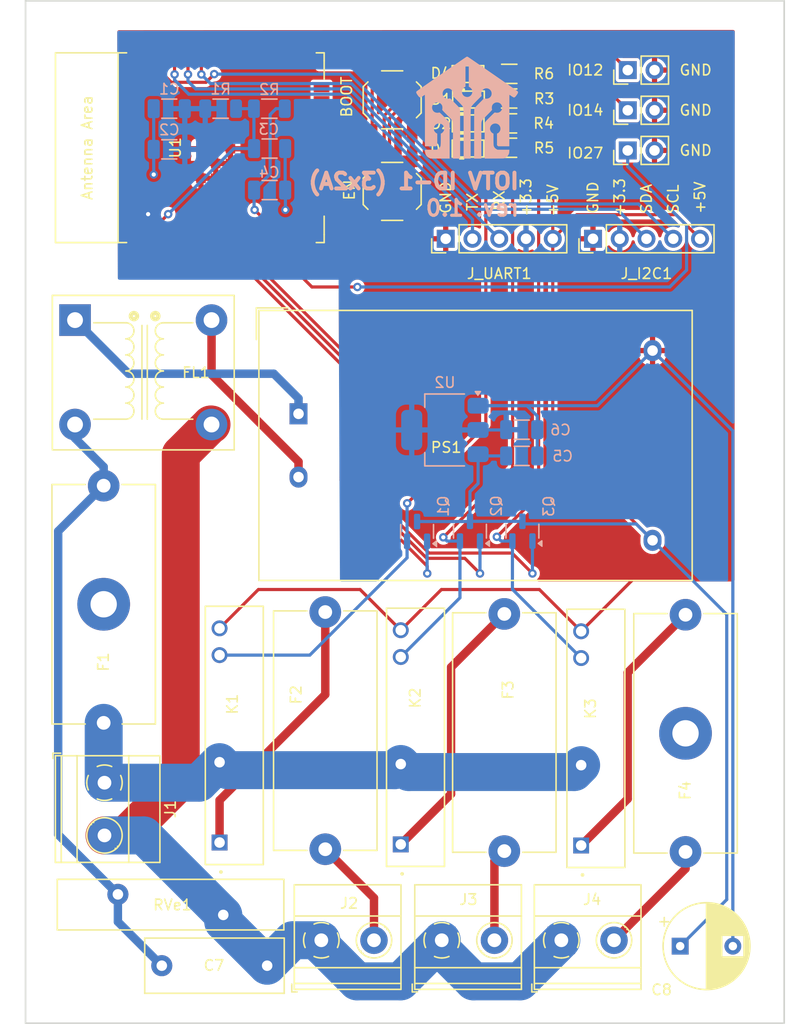
<source format=kicad_pcb>
(kicad_pcb (version 20240108) (generator "pcbnew") (generator_version "8.0")
  (title_block (title "IOTV_ID-1 (3x2A)") (date "2024-07-25") (rev "3") (company "Вербкин М.С."))
  (layers (0 "F.Cu" signal) (31 "B.Cu" signal) (34 "B.Paste" user) (35 "F.Paste" user) (36 "B.SilkS" user "B.Silkscreen") (37 "F.SilkS" user "F.Silkscreen") (38 "B.Mask" user) (39 "F.Mask" user) (44 "Edge.Cuts" user))
  (net 0 "")
  (net 1 "+3.3V")
  (net 2 "GND")
  (net 3 "EN")
  (net 4 "Net-(C4-Pad1)")
  (net 5 "+5V")
  (net 6 "~220V_NC")
  (net 7 "~220V_COM_1")
  (net 8 "~220V_COM_2")
  (net 9 "~220V_COM_3")
  (net 10 "SDA")
  (net 11 "SCL")
  (net 12 "U0RX")
  (net 13 "U0TX")
  (net 14 "Net-(K1-+)")
  (net 15 "Net-(K2-+)")
  (net 16 "Net-(K3-+)")
  (net 17 "GPIO32")
  (net 18 "GPIO0")
  (net 23 "GPIO12")
  (net 29 "GPIO14")
  (net 33 "GPIO27")
  (net 37 "GPIO33")
  (net 38 "FL1-PS1(AC2)")
  (net 39 "FL1-PS1(AC1)")
  (net 40 "J1-FL1(2)")
  (net 41 "J1{slash}F1{slash}Relay")
  (net 42 "Net-(K1-L1)")
  (net 43 "Net-(K2-L1)")
  (net 44 "Net-(K3-L1)")
  (net 45 "Net-(D1-Pad2)")
  (net 46 "Net-(D2-Pad2)")
  (net 47 "Net-(D3-Pad2)")
  (net 48 "Net-(D4-Pad2)")
  (net 49 "GPIO25")
  (footprint "Connector_PinHeader_2.54mm:PinHeader_1x02_P2.54mm_Vertical" (layer "F.Cu") (at 169.305 57.136 90)
    (property "Reference" "J6" (hide yes))
    (property "Value" "PINHD_1x2_Male")
  )
  (footprint "Converter_ACDC:Converter_ACDC_Hi-Link_HLK-5Mxx" (layer "F.Cu") (at 138.058 85.934)
    (property "Reference" "PS1")
    (property "Value" "HLK-5M05")
  )
  (footprint "Connector_PinHeader_2.54mm:PinHeader_1x02_P2.54mm_Vertical" (layer "F.Cu") (at 169.305 53.326 90)
    (property "Reference" "J5" (hide yes))
    (property "Value" "PINHD_1x2_Male")
  )
  (footprint "Button_Switch_SMD:SW_SPST_TL3342" (layer "F.Cu") (at 146.948 56.1454 90)
    (property "Reference" "SW2" (hide yes))
    (property "Value" "Boot")
  )
  (footprint "Fuse:Fuseholder_Cylinder-5x20mm_Schurter_0031_8201_Horizontal_Open" (layer "F.Cu") (at 157.5906 127.4178 90)
    (property "Reference" "F3")
    (property "Value" "2")
  )
  (footprint "MountingHole:MountingHole_2.5mm_Pad" (layer "F.Cu") (at 174.7864 116.244)
    (property "Reference" "REF**" (hide yes))
    (property "Value" "MountingHole_2.5mm_Pad")
  )
  (footprint "PCM_Diode_SMD_Handsoldering_AKL:D_0603_1608Metric" (layer "F.Cu") (at 154.187 56.12)
    (property "Reference" "D1")
    (property "Value" "LED" (hide yes))
  )
  (footprint "Resistor_SMD:R_1206_3216Metric" (layer "F.Cu") (at 158.0479 56.0184)
    (property "Reference" "R3")
    (property "Value" "100")
  )
  (footprint "MountingHole:MountingHole_2.5mm_Pad" (layer "F.Cu") (at 119.5668 104.0012)
    (property "Reference" "REF**" (hide yes))
    (property "Value" "MountingHole_2.5mm_Pad")
  )
  (footprint "Capacitor_THT:CP_Radial_D8.0mm_P5.00mm" (layer "F.Cu") (at 174.2784 136.4348)
    (property "Reference" "C8")
    (property "Value" "C_Generic")
  )
  (footprint "PCM_Diode_SMD_Handsoldering_AKL:D_0603_1608Metric" (layer "F.Cu") (at 154.1575 58.3806)
    (property "Reference" "D2")
    (property "Value" "LED" (hide yes))
  )
  (footprint "PCM_Inductor_THT_AKL:L_CommonMode_Toroid_Vertical_10x13mm" (layer "F.Cu") (at 116.849 77.04325)
    (property "Reference" "FL1")
    (property "Value" "Filter_EMI_LL" (hide yes))
  )
  (footprint "Resistor_SMD:R_1206_3216Metric" (layer "F.Cu") (at 158.0585 53.6816)
    (property "Reference" "R6")
    (property "Value" "330")
  )
  (footprint "PCM_Espressif:ESP32-WROOM-32E" (layer "F.Cu") (at 129.4924 60.687 90)
    (property "Reference" "U1")
    (property "Value" "ESP32-WROOM-E")
  )
  (footprint "TerminalBlock_Phoenix:TerminalBlock_Phoenix_MKDS-1,5-2_1x02_P5.00mm_Horizontal" (layer "F.Cu") (at 151.6508 135.876)
    (property "Reference" "J3")
    (property "Value" "Screw_Terminal_01x02")
  )
  (footprint "TerminalBlock_Phoenix:TerminalBlock_Phoenix_MKDS-1,5-2_1x02_P5.00mm_Horizontal" (layer "F.Cu") (at 140.2208 135.876)
    (property "Reference" "J2")
    (property "Value" "Screw_Terminal_01x02")
  )
  (footprint "Fuse:Fuseholder_Cylinder-5x20mm_Schurter_0031_8201_Horizontal_Open" (layer "F.Cu") (at 119.5668 115.2512 90)
    (property "Reference" "F1")
    (property "Value" "1A")
  )
  (footprint "Button_Switch_SMD:SW_SPST_TL3342" (layer "F.Cu") (at 146.948 64.8322 90)
    (property "Reference" "SW1" (hide yes))
    (property "Value" "RST")
  )
  (footprint "Fuse:Fuseholder_Cylinder-5x20mm_Schurter_0031_8201_Horizontal_Open" (layer "F.Cu") (at 140.598 127.24 90)
    (property "Reference" "F2")
    (property "Value" "2")
  )
  (footprint "g3mb-202:RELAY_G3MB202PDC12" (layer "F.Cu") (at 149.1608 116.6228 90)
    (property "Reference" "K2")
    (property "Value" "G3MB202PDC12")
  )
  (footprint "TerminalBlock_Phoenix:TerminalBlock_Phoenix_MKDS-1,5-2_1x02_P5.00mm_Horizontal" (layer "F.Cu") (at 163.0008 135.876)
    (property "Reference" "J4")
    (property "Value" "Screw_Terminal_01x02")
  )
  (footprint "Varistor:RV_Disc_D21.5mm_W4.8mm_P10mm" (layer "F.Cu") (at 120.9168 131.5228)
    (property "Reference" "RVe1")
    (property "Value" "Varistor")
  )
  (footprint "g3mb-202:RELAY_G3MB202PDC12" (layer "F.Cu") (at 131.965 116.445 90)
    (property "Reference" "K1")
    (property "Value" "G3MB202PDC12")
  )
  (footprint "Fuse:Fuseholder_Cylinder-5x20mm_Schurter_0031_8201_Horizontal_Open" (layer "F.Cu") (at 174.7864 127.494 90)
    (property "Reference" "F4")
    (property "Value" "2")
  )
  (footprint "Capacitor_THT:C_Rect_L13.0mm_W5.0mm_P10.00mm_FKS3_FKP3_MKS4" (layer "F.Cu") (at 125.0824 138.289)
    (property "Reference" "C7")
    (property "Value" "C_Generic")
  )
  (footprint "TerminalBlock_Phoenix:TerminalBlock_Phoenix_MKDS-1,5-2_1x02_P5.00mm_Horizontal" (layer "F.Cu") (at 119.6428 120.93 -90)
    (property "Reference" "J1")
    (property "Value" "Screw_Terminal_01x02")
  )
  (footprint "Connector_PinHeader_2.54mm:PinHeader_1x05_P2.54mm_Vertical" (layer "F.Cu") (at 166.003 69.328 90)
    (property "Reference" "J_I2C1")
    (property "Value" "Conn_01x05")
  )
  (footprint "PCM_Diode_SMD_Handsoldering_AKL:D_0603_1608Metric" (layer "F.Cu") (at 154.1386 53.7016)
    (property "Reference" "D4")
    (property "Value" "LED" (hide yes))
  )
  (footprint "PCM_Diode_SMD_Handsoldering_AKL:D_0603_1608Metric" (layer "F.Cu") (at 154.1469 60.7682)
    (property "Reference" "D3")
    (property "Value" "LED" (hide yes))
  )
  (footprint "Connector_PinHeader_2.54mm:PinHeader_1x05_P2.54mm_Vertical" (layer "F.Cu") (at 152.028 69.328 90)
    (property "Reference" "J_UART1")
    (property "Value" "Conn_01x05")
  )
  (footprint "Resistor_SMD:R_1206_3216Metric" (layer "F.Cu") (at 158.0331 60.692)
    (property "Reference" "R5")
    (property "Value" "100")
  )
  (footprint "Connector_PinHeader_2.54mm:PinHeader_1x02_P2.54mm_Vertical" (layer "F.Cu") (at 169.3 60.946 90)
    (property "Reference" "J7" (hide yes))
    (property "Value" "PINHD_1x2_Male")
  )
  (footprint "Resistor_SMD:R_1206_3216Metric" (layer "F.Cu") (at 158.0331 58.3806)
    (property "Reference" "R4")
    (property "Value" "100")
  )
  (footprint "g3mb-202:RELAY_G3MB202PDC12" (layer "F.Cu") (at 166.2804 116.7244 90)
    (property "Reference" "K3")
    (property "Value" "G3MB202PDC12")
  )
  (footprint "Package_TO_SOT_SMD:SOT-23" (layer "B.Cu") (at 159.3076 97.0671 90)
    (property "Reference" "Q3")
    (property "Value" "S8050")
  )
  (footprint "Package_TO_SOT_SMD:SOT-223-3_TabPin2" (layer "B.Cu") (at 151.9518 87.4636 180)
    (property "Reference" "U2")
    (property "Value" "AMS1117-3.3")
  )
  (footprint "Capacitor_SMD:C_1206_3216Metric" (layer "B.Cu") (at 125.7898 56.9836 180)
    (property "Reference" "C1")
    (property "Value" "C_Generic")
  )
  (footprint "Symbol:logo_10x10" (layer "B.Cu") (at 154.06 56.882 180)
    (property "Reference" "G***" (hide yes))
    (property "Value" "LOGO" (hide yes))
  )
  (footprint "Capacitor_SMD:C_1206_3216Metric" (layer "B.Cu") (at 125.7916 60.8444 180)
    (property "Reference" "C2")
    (property "Value" "C_Generic")
  )
  (footprint "Package_TO_SOT_SMD:SOT-23" (layer "B.Cu") (at 154.3292 97.0694 90)
    (property "Reference" "Q2")
    (property "Value" "S8050")
  )
  (footprint "Package_TO_SOT_SMD:SOT-23" (layer "B.Cu") (at 149.3102 97.0902 90)
    (property "Reference" "Q1")
    (property "Value" "S8050")
  )
  (footprint "Resistor_SMD:R_1206_3216Metric" (layer "B.Cu") (at 130.6666 56.9836)
    (property "Reference" "R1")
    (property "Value" "10K")
  )
  (footprint "Resistor_SMD:R_1206_3216Metric" (layer "B.Cu") (at 135.2894 56.9836 180)
    (property "Reference" "R2")
    (property "Value" "5K")
  )
  (footprint "Capacitor_SMD:C_1206_3216Metric" (layer "B.Cu") (at 159.2398 89.9274)
    (property "Reference" "C5")
    (property "Value" "10uF_0805_25V")
  )
  (footprint "Capacitor_SMD:C_1206_3216Metric" (layer "B.Cu") (at 159.2416 87.4382)
    (property "Reference" "C6")
    (property "Value" "10uF_0805_25V")
  )
  (footprint "Capacitor_SMD:C_1206_3216Metric" (layer "B.Cu") (at 135.313 60.7682)
    (property "Reference" "C3")
    (property "Value" "C_Generic")
  )
  (footprint "Capacitor_SMD:C_1206_3216Metric" (layer "B.Cu") (at 135.3148 64.7052)
    (property "Reference" "C4")
    (property "Value" "C_Generic")
  )
  (gr_rect (start 112.15 46.75) (end 184.15 143.75) (stroke (width 0.15)) (fill none) (layer "Edge.Cuts"))
  (gr_text "rev. 1.0" (at 159.14 67.296 0) (layer "B.SilkS") (effects (font (size 1.5 1.5) (thickness 0.3) (bold yes)) (justify left bottom mirror)))
  (gr_text "IOTV ID-1 (3x2A)" (at 148.98 64.756 0) (layer "B.SilkS") (effects (font (size 1.5 1.5) (thickness 0.375) (bold yes)) (justify bottom mirror)))
  (gr_text "GND" (at 174.126 57.136 0) (layer "F.SilkS") (effects (font (size 1 1)) (justify left)))
  (gr_text "GND" (at 152.028 67.042 90) (layer "F.SilkS") (effects (font (size 1 1)) (justify left)))
  (gr_text "+3.3" (at 159.648 67.296 90) (layer "F.SilkS") (effects (font (size 1 1)) (justify left)))
  (gr_text "IO14" (at 163.458 57.136 0) (layer "F.SilkS") (effects (font (size 1 1)) (justify left)))
  (gr_text "IO12" (at 163.458 53.326 0) (layer "F.SilkS") (effects (font (size 1 1)) (justify left)))
  (gr_text "BOOT" (at 142.63 57.898 90) (layer "F.SilkS") (effects (font (size 1 1)) (justify left)))
  (gr_text "TX" (at 154.568 66.788 90) (layer "F.SilkS") (effects (font (size 1 1)) (justify left)))
  (gr_text "SDA" (at 171.078 67.042 90) (layer "F.SilkS") (effects (font (size 1 1)) (justify left)))
  (gr_text "SCL" (at 173.618 67.042 90) (layer "F.SilkS") (effects (font (size 1 1)) (justify left)))
  (gr_text "GND" (at 174.126 60.946 0) (layer "F.SilkS") (effects (font (size 1 1)) (justify left)))
  (gr_text "RX" (at 157.108 66.788 90) (layer "F.SilkS") (effects (font (size 1 1)) (justify left)))
  (gr_text "+3.3" (at 168.538 67.296 90) (layer "F.SilkS") (effects (font (size 1 1)) (justify left)))
  (gr_text "EN" (at 142.884 65.772 90) (layer "F.SilkS") (effects (font (size 1 1)) (justify left)))
  (gr_text "GND" (at 174.126 53.326 0) (layer "F.SilkS") (effects (font (size 1 1)) (justify left)))
  (gr_text "+5V" (at 176.158 67.042 90) (layer "F.SilkS") (effects (font (size 1 1)) (justify left)))
  (gr_text "IO27" (at 163.458 61.2 0) (layer "F.SilkS") (effects (font (size 1 1)) (justify left)))
  (gr_text "+5V" (at 162.188 67.296 90) (layer "F.SilkS") (effects (font (size 1 1)) (justify left)))
  (gr_text "GND" (at 165.998 67.042 90) (layer "F.SilkS") (effects (font (size 1 1)) (justify left)))
  (segment (start 123.7524 69.437) (end 123.7524 67.022) (width 0.3) (layer "F.Cu") (net 1))
  (segment (start 123.7524 67.022) (end 123.7832 66.9912) (width 0.3) (layer "F.Cu") (net 1))
  (via (at 123.7832 66.9912) (size 0.8) (drill 0.4) (layers "F.Cu" "B.Cu") (net 1))
  (segment (start 155.1018 87.4636) (end 157.7412 87.4636) (width 0.3) (layer "B.Cu") (net 1))
  (segment (start 157.7412 87.4636) (end 157.7666 87.4382) (width 0.3) (layer "B.Cu") (net 1))
  (segment (start 127.2666 63.5078) (end 127.2666 60.8444) (width 0.3) (layer "B.Cu") (net 1))
  (segment (start 123.7832 66.9912) (end 127.2666 63.5078) (width 0.3) (layer "B.Cu") (net 1))
  (segment (start 127.2666 60.8444) (end 127.2666 56.9854) (width 0.3) (layer "B.Cu") (net 1))
  (segment (start 127.2666 56.9854) (end 127.2648 56.9836) (width 0.3) (layer "B.Cu") (net 1))
  (segment (start 129.2041 56.9836) (end 127.2648 56.9836) (width 0.3) (layer "B.Cu") (net 1))
  (segment (start 148.8018 87.4636) (end 155.1018 87.4636) (width 0.3) (layer "B.Cu") (net 1))
  (segment (start 130.565 106.285) (end 134.248 102.602) (width 0.3) (layer "F.Cu") (net 2))
  (segment (start 143.9 102.602) (end 147.7608 106.4628) (width 0.3) (layer "F.Cu") (net 2))
  (segment (start 147.7608 106.4628) (end 151.6216 102.602) (width 0.3) (layer "F.Cu") (net 2))
  (segment (start 134.248 102.602) (end 143.9 102.602) (width 0.3) (layer "F.Cu") (net 2))
  (segment (start 175.170107 96.274693) (end 175.170107 83.446107) (width 0.3) (layer "F.Cu") (net 2))
  (segment (start 175.170107 83.446107) (end 171.658 79.934) (width 0.3) (layer "F.Cu") (net 2))
  (segment (start 151.6216 102.602) (end 160.918 102.602) (width 0.3) (layer "F.Cu") (net 2))
  (segment (start 164.8804 106.5644) (end 175.170107 96.274693) (width 0.3) (layer "F.Cu") (net 2))
  (segment (start 160.918 102.602) (end 164.8804 106.5644) (width 0.3) (layer "F.Cu") (net 2))
  (via (at 136.8134 66.5848) (size 0.8) (drill 0.4) (layers "F.Cu" "B.Cu") (net 2))
  (via (at 124.3166 63.232) (size 0.8) (drill 0.4) (layers "F.Cu" "B.Cu") (net 2))
  (segment (start 124.3166 60.8444) (end 124.3166 63.232) (width 0.3) (layer "B.Cu") (net 2))
  (segment (start 136.8134 66.5848) (end 136.8134 64.7288) (width 0.3) (layer "B.Cu") (net 2))
  (segment (start 124.3148 56.9836) (end 124.3148 60.8426) (width 0.3) (layer "B.Cu") (net 2))
  (segment (start 159.7356 85.1636) (end 160.7166 86.1446) (width 0.3) (layer "B.Cu") (net 2))
  (segment (start 155.1018 85.1636) (end 166.4284 85.1636) (width 0.3) (layer "B.Cu") (net 2))
  (segment (start 155.1018 85.1636) (end 159.7356 85.1636) (width 0.3) (layer "B.Cu") (net 2))
  (segment (start 136.788 60.7682) (end 136.788 64.7034) (width 0.3) (layer "B.Cu") (net 2))
  (segment (start 160.7148 87.44) (end 160.7166 87.4382) (width 0.3) (layer "B.Cu") (net 2))
  (segment (start 166.4284 85.1636) (end 171.658 79.934) (width 0.3) (layer "B.Cu") (net 2))
  (segment (start 124.3148 60.8426) (end 124.3166 60.8444) (width 0.3) (layer "B.Cu") (net 2))
  (segment (start 179.2784 87.5544) (end 171.658 79.934) (width 0.3) (layer "B.Cu") (net 2))
  (segment (start 179.2784 136.4348) (end 179.2784 87.5544) (width 0.3) (layer "B.Cu") (net 2))
  (segment (start 160.7148 89.9274) (end 160.7148 87.44) (width 0.3) (layer "B.Cu") (net 2))
  (segment (start 136.788 64.7034) (end 136.7898 64.7052) (width 0.3) (layer "B.Cu") (net 2))
  (segment (start 136.8134 64.7288) (end 136.7898 64.7052) (width 0.3) (layer "B.Cu") (net 2))
  (segment (start 160.7166 86.1446) (end 160.7166 87.4382) (width 0.3) (layer "B.Cu") (net 2))
  (segment (start 125.0224 67.657) (end 125.6882 66.9912) (width 0.3) (layer "F.Cu") (net 3))
  (segment (start 125.0224 69.437) (end 125.0224 67.657) (width 0.3) (layer "F.Cu") (net 3))
  (via (at 125.6882 66.9912) (size 0.8) (drill 0.4) (layers "F.Cu" "B.Cu") (net 3))
  (segment (start 133.8269 56.9836) (end 133.8269 60.7571) (width 0.3) (layer "B.Cu") (net 3))
  (segment (start 131.9112 60.7682) (end 133.838 60.7682) (width 0.3) (layer "B.Cu") (net 3))
  (segment (start 133.8269 60.7571) (end 133.838 60.7682) (width 0.3) (layer "B.Cu") (net 3))
  (segment (start 125.6882 66.9912) (end 131.9112 60.7682) (width 0.3) (layer "B.Cu") (net 3))
  (segment (start 132.1291 56.9836) (end 133.8269 56.9836) (width 0.3) (layer "B.Cu") (net 3))
  (segment (start 145.048 67.9822) (end 135.2898 67.9822) (width 0.3) (layer "F.Cu") (net 4))
  (segment (start 135.2898 67.9822) (end 133.8924 66.5848) (width 0.3) (layer "F.Cu") (net 4))
  (segment (start 145.048 61.6822) (end 145.048 67.9822) (width 0.3) (layer "F.Cu") (net 4))
  (via (at 133.8924 66.5848) (size 0.8) (drill 0.4) (layers "F.Cu" "B.Cu") (net 4))
  (segment (start 133.8398 66.5322) (end 133.8924 66.5848) (width 0.3) (layer "B.Cu") (net 4))
  (segment (start 133.8398 64.7052) (end 135.3656 63.1794) (width 0.3) (layer "B.Cu") (net 4))
  (segment (start 135.9244 56.9836) (end 136.7519 56.9836) (width 0.3) (layer "B.Cu") (net 4))
  (segment (start 135.3656 63.1794) (end 135.3656 57.5424) (width 0.3) (layer "B.Cu") (net 4))
  (segment (start 133.8398 64.7052) (end 133.8398 66.5322) (width 0.3) (layer "B.Cu") (net 4))
  (segment (start 135.3656 57.5424) (end 135.9244 56.9836) (width 0.3) (layer "B.Cu") (net 4))
  (segment (start 162.188 88.464) (end 171.658 97.934) (width 0.3) (layer "F.Cu") (net 5))
  (segment (start 160.5116 53.6816) (end 162.188 55.358) (width 0.3) (layer "F.Cu") (net 5))
  (segment (start 162.188 69.328) (end 162.188 88.464) (width 0.3) (layer "F.Cu") (net 5))
  (segment (start 162.188 55.358) (end 162.188 69.328) (width 0.3) (layer "F.Cu") (net 5))
  (segment (start 159.521 53.6816) (end 160.5116 53.6816) (width 0.3) (layer "F.Cu") (net 5))
  (segment (start 176.163 69.328) (end 173.877 67.042) (width 0.3) (layer "F.Cu") (net 5))
  (segment (start 164.474 67.042) (end 162.188 69.328) (width 0.3) (layer "F.Cu") (net 5))
  (segment (start 173.877 67.042) (end 164.474 67.042) (width 0.3) (layer "F.Cu") (net 5))
  (segment (start 157.7648 89.9274) (end 155.2656 89.9274) (width 0.3) (layer "B.Cu") (net 5))
  (segment (start 171.658 97.934) (end 170.1031 96.3791) (width 0.3) (layer "B.Cu") (net 5))
  (segment (start 155.2656 89.9274) (end 155.1018 89.7636) (width 0.3) (layer "B.Cu") (net 5))
  (segment (start 159.0915 96.1319) (end 154.3292 96.1319) (width 0.3) (layer "B.Cu") (net 5))
  (segment (start 170.1031 96.3791) (end 159.5571 96.3791) (width 0.3) (layer "B.Cu") (net 5))
  (segment (start 154.2355 96.1527) (end 149.3102 96.1527) (width 0.3) (layer "B.Cu") (net 5))
  (segment (start 178.698 104.974) (end 171.658 97.934) (width 0.3) (layer "B.Cu") (net 5))
  (segment (start 159.0938 96.1296) (end 159.0915 96.1319) (width 0.3) (layer "B.Cu") (net 5))
  (segment (start 159.5571 96.3791) (end 159.3076 96.1296) (width 0.3) (layer "B.Cu") (net 5))
  (segment (start 159.3076 96.1296) (end 159.0938 96.1296) (width 0.3) (layer "B.Cu") (net 5))
  (segment (start 154.2563 96.1319) (end 154.2355 96.1527) (width 0.3) (layer "B.Cu") (net 5))
  (segment (start 178.698 132.0152) (end 178.698 104.974) (width 0.3) (layer "B.Cu") (net 5))
  (segment (start 174.2784 136.4348) (end 178.698 132.0152) (width 0.3) (layer "B.Cu") (net 5))
  (segment (start 154.3292 93.3158) (end 155.1018 92.5432) (width 0.3) (layer "B.Cu") (net 5))
  (segment (start 154.3292 96.1319) (end 154.3292 93.3158) (width 0.3) (layer "B.Cu") (net 5))
  (segment (start 154.3292 96.1319) (end 154.2563 96.1319) (width 0.3) (layer "B.Cu") (net 5))
  (segment (start 155.1018 92.5432) (end 155.1018 89.7636) (width 0.3) (layer "B.Cu") (net 5))
  (segment (start 129.7268 86.94925) (end 129.803 86.94925) (width 3.6) (layer "F.Cu") (net 6))
  (segment (start 121.655273 125.93) (end 126.882 120.703273) (width 3.6) (layer "F.Cu") (net 6))
  (segment (start 119.6428 125.93) (end 121.655273 125.93) (width 3.6) (layer "F.Cu") (net 6))
  (segment (start 126.882 89.79405) (end 129.7268 86.94925) (width 3.6) (layer "F.Cu") (net 6))
  (segment (start 126.882 120.703273) (end 126.882 89.79405) (width 3.6) (layer "F.Cu") (net 6))
  (segment (start 140.2208 135.876) (end 137.4954 135.876) (width 3.6) (layer "B.Cu") (net 6))
  (segment (start 154.658 139.776) (end 151.6508 136.7688) (width 3.6) (layer "B.Cu") (net 6))
  (segment (start 130.9168 133.4728) (end 123.374 125.93) (width 3.6) (layer "B.Cu") (net 6))
  (segment (start 151.6508 136.7688) (end 151.6508 135.876) (width 3.6) (layer "B.Cu") (net 6))
  (segment (start 137.4954 135.876) (end 135.0824 138.289) (width 3.6) (layer "B.Cu") (net 6))
  (segment (start 130.9168 133.4728) (end 130.9168 134.1234) (width 3.6) (layer "B.Cu") (net 6))
  (segment (start 140.2208 136.391433) (end 143.605367 139.776) (width 3.6) (layer "B.Cu") (net 6))
  (segment (start 130.9168 134.1234) (end 135.0824 138.289) (width 3.6) (layer "B.Cu") (net 6))
  (segment (start 163.0008 135.876) (end 159.1008 139.776) (width 3.6) (layer "B.Cu") (net 6))
  (segment (start 147.7508 139.776) (end 151.6508 135.876) (width 3.6) (layer "B.Cu") (net 6))
  (segment (start 159.1008 139.776) (end 154.658 139.776) (width 3.6) (layer "B.Cu") (net 6))
  (segment (start 143.605367 139.776) (end 147.7508 139.776) (width 3.6) (layer "B.Cu") (net 6))
  (segment (start 123.374 125.93) (end 119.8668 125.93) (width 3.6) (layer "B.Cu") (net 6))
  (segment (start 140.2208 135.876) (end 140.2208 136.391433) (width 3.6) (layer "B.Cu") (net 6))
  (segment (start 145.2208 135.876) (end 145.2208 131.8628) (width 0.8) (layer "F.Cu") (net 7))
  (segment (start 145.2208 131.8628) (end 140.598 127.24) (width 0.8) (layer "F.Cu") (net 7))
  (segment (start 156.6508 135.876) (end 156.6508 128.3576) (width 0.8) (layer "F.Cu") (net 8))
  (segment (start 156.6508 128.3576) (end 157.5906 127.4178) (width 0.8) (layer "F.Cu") (net 8))
  (segment (start 168.0008 135.876) (end 174.7864 129.0904) (width 0.8) (layer "F.Cu") (net 9))
  (segment (start 174.7864 129.0904) (end 174.7864 127.494) (width 0.8) (layer "F.Cu") (net 9))
  (segment (start 128.8378 51.9424) (end 128.8324 51.937) (width 0.3) (layer "F.Cu") (net 10))
  (segment (start 128.8378 53.7324) (end 128.8378 51.9424) (width 0.3) (layer "F.Cu") (net 10))
  (via (at 128.8378 53.7324) (size 0.8) (drill 0.4) (layers "F.Cu" "B.Cu") (net 10))
  (segment (start 155.013107 66.526) (end 168.281 66.526) (width 0.3) (layer "B.Cu") (net 10))
  (segment (start 128.8378 53.7324) (end 129.7094 54.604) (width 0.3) (layer "B.Cu") (net 10))
  (segment (start 168.281 66.526) (end 171.083 69.328) (width 0.3) (layer "B.Cu") (net 10))
  (segment (start 143.091107 54.604) (end 155.013107 66.526) (width 0.3) (layer "B.Cu") (net 10))
  (segment (start 129.7094 54.604) (end 143.091107 54.604) (width 0.3) (layer "B.Cu") (net 10))
  (segment (start 125.0224 51.937) (end 125.0224 53.517661) (width 0.3) (layer "F.Cu") (net 11))
  (segment (start 125.987139 54.4824) (end 129.2816 54.4824) (width 0.3) (layer "F.Cu") (net 11))
  (segment (start 125.0224 53.517661) (end 125.987139 54.4824) (width 0.3) (layer "F.Cu") (net 11))
  (segment (start 129.2816 54.4824) (end 130.057 53.707) (width 0.3) (layer "F.Cu") (net 11))
  (via (at 130.057 53.707) (size 0.8) (drill 0.4) (layers "F.Cu" "B.Cu") (net 11))
  (segment (start 170.321 66.026) (end 155.220213 66.026) (width 0.3) (layer "B.Cu") (net 11))
  (segment (start 142.901213 53.707) (end 130.057 53.707) (width 0.3) (layer "B.Cu") (net 11))
  (segment (start 155.220213 66.026) (end 142.901213 53.707) (width 0.3) (layer "B.Cu") (net 11))
  (segment (start 173.623 69.328) (end 170.321 66.026) (width 0.3) (layer "B.Cu") (net 11))
  (segment (start 127.5678 53.7324) (end 127.5678 51.9424) (width 0.3) (layer "F.Cu") (net 12))
  (segment (start 127.5678 51.9424) (end 127.5624 51.937) (width 0.3) (layer "F.Cu") (net 12))
  (via (at 127.5678 53.7324) (size 0.8) (drill 0.4) (layers "F.Cu" "B.Cu") (net 12))
  (segment (start 127.5678 54.3801) (end 127.5678 53.7324) (width 0.3) (layer "B.Cu") (net 12))
  (segment (start 128.2997 55.112) (end 127.5678 54.3801) (width 0.3) (layer "B.Cu") (net 12))
  (segment (start 141.043107 55.112) (end 128.2997 55.112) (width 0.3) (layer "B.Cu") (net 12))
  (segment (start 141.051107 55.104) (end 141.043107 55.112) (width 0.3) (layer "B.Cu") (net 12))
  (segment (start 157.108 69.328) (end 142.884 55.104) (width 0.3) (layer "B.Cu") (net 12))
  (segment (start 142.884 55.104) (end 141.051107 55.104) (width 0.3) (layer "B.Cu") (net 12))
  (segment (start 126.2924 53.727) (end 126.2978 53.7324) (width 0.3) (layer "F.Cu") (net 13))
  (segment (start 126.2924 51.937) (end 126.2924 53.727) (width 0.3) (layer "F.Cu") (net 13))
  (via (at 126.2978 53.7324) (size 0.8) (drill 0.4) (layers "F.Cu" "B.Cu") (net 13))
  (segment (start 154.568 67.495106) (end 142.684894 55.612) (width 0.3) (layer "B.Cu") (net 13))
  (segment (start 142.684894 55.612) (end 127.644 55.612) (width 0.3) (layer "B.Cu") (net 13))
  (segment (start 154.568 69.328) (end 154.568 67.495106) (width 0.3) (layer "B.Cu") (net 13))
  (segment (start 126.2978 54.2658) (end 126.2978 53.7324) (width 0.3) (layer "B.Cu") (net 13))
  (segment (start 127.644 55.612) (end 126.2978 54.2658) (width 0.3) (layer "B.Cu") (net 13))
  (segment (start 158.2256 56.0184) (end 159.5104 56.0184) (width 0.3) (layer "F.Cu") (net 14))
  (segment (start 155.838 86.9556) (end 155.838 63.232) (width 0.3) (layer "F.Cu") (net 14))
  (segment (start 148.3704 94.4232) (end 155.838 86.9556) (width 0.3) (layer "F.Cu") (net 14))
  (segment (start 157.878 61.192) (end 157.878 56.366) (width 0.3) (layer "F.Cu") (net 14))
  (segment (start 157.878 56.366) (end 158.2256 56.0184) (width 0.3) (layer "F.Cu") (net 14))
  (segment (start 155.838 63.232) (end 157.878 61.192) (width 0.3) (layer "F.Cu") (net 14))
  (via (at 148.3704 94.4232) (size 0.8) (drill 0.4) (layers "F.Cu" "B.Cu") (net 14))
  (segment (start 148.3602 94.4334) (end 148.3704 94.4232) (width 0.3) (layer "B.Cu") (net 14))
  (segment (start 148.3602 98.0277) (end 148.3602 99.594096) (width 0.3) (layer "B.Cu") (net 14))
  (segment (start 148.3602 98.0277) (end 148.3602 94.4334) (width 0.3) (layer "B.Cu") (net 14))
  (segment (start 148.3602 99.594096) (end 139.129296 108.825) (width 0.3) (layer "B.Cu") (net 14))
  (segment (start 139.129296 108.825) (end 130.565 108.825) (width 0.3) (layer "B.Cu") (net 14))
  (segment (start 158.6574 58.3806) (end 159.4956 58.3806) (width 0.3) (layer "F.Cu") (net 15))
  (segment (start 158.378 58.66) (end 158.6574 58.3806) (width 0.3) (layer "F.Cu") (net 15))
  (segment (start 151.7994 97.649) (end 158.378 91.0704) (width 0.3) (layer "F.Cu") (net 15))
  (segment (start 158.378 91.0704) (end 158.378 58.66) (width 0.3) (layer "F.Cu") (net 15))
  (via (at 151.7994 97.649) (size 0.8) (drill 0.4) (layers "F.Cu" "B.Cu") (net 15))
  (segment (start 153.3792 103.3844) (end 153.3792 98.0069) (width 0.3) (layer "B.Cu") (net 15))
  (segment (start 152.1573 98.0069) (end 151.7994 97.649) (width 0.3) (layer "B.Cu") (net 15))
  (segment (start 147.7608 109.0028) (end 153.3792 103.3844) (width 0.3) (layer "B.Cu") (net 15))
  (segment (start 153.3792 98.0069) (end 152.1573 98.0069) (width 0.3) (layer "B.Cu") (net 15))
  (segment (start 159.4956 60.692) (end 160.41 60.692) (width 0.3) (layer "F.Cu") (net 16))
  (segment (start 160.41 60.692) (end 160.848 61.13) (width 0.3) (layer "F.Cu") (net 16))
  (segment (start 160.848 61.13) (end 160.848 93.6296) (width 0.3) (layer "F.Cu") (net 16))
  (segment (start 160.848 93.6296) (end 156.8794 97.5982) (width 0.3) (layer "F.Cu") (net 16))
  (via (at 156.8794 97.5982) (size 0.8) (drill 0.4) (layers "F.Cu" "B.Cu") (net 16))
  (segment (start 158.3576 102.5816) (end 158.3576 98.0046) (width 0.3) (layer "B.Cu") (net 16))
  (segment (start 164.8804 109.1044) (end 158.3576 102.5816) (width 0.3) (layer "B.Cu") (net 16))
  (segment (start 158.3576 98.0046) (end 157.2858 98.0046) (width 0.3) (layer "B.Cu") (net 16))
  (segment (start 157.2858 98.0046) (end 156.8794 97.5982) (width 0.3) (layer "B.Cu") (net 16))
  (segment (start 142.0966 92.2134) (end 142.0966 81.2406) (width 0.3) (layer "F.Cu") (net 17))
  (segment (start 150.2754 100.3922) (end 142.0966 92.2134) (width 0.3) (layer "F.Cu") (net 17))
  (segment (start 132.216 71.36) (end 131.962 71.36) (width 0.3) (layer "F.Cu") (net 17))
  (segment (start 131.3724 70.7704) (end 131.3724 69.437) (width 0.3) (layer "F.Cu") (net 17))
  (segment (start 131.962 71.36) (end 131.3724 70.7704) (width 0.3) (layer "F.Cu") (net 17))
  (segment (start 150.2754 101.078) (end 150.2754 100.3922) (width 0.3) (layer "F.Cu") (net 17))
  (segment (start 142.0966 81.2406) (end 132.216 71.36) (width 0.3) (layer "F.Cu") (net 17))
  (via (at 150.2754 101.078) (size 0.8) (drill 0.4) (layers "F.Cu" "B.Cu") (net 17))
  (segment (start 150.2602 101.0628) (end 150.2602 98.0277) (width 0.3) (layer "B.Cu") (net 17))
  (segment (start 150.2754 101.078) (end 150.2602 101.0628) (width 0.3) (layer "B.Cu") (net 17))
  (segment (start 145.048 52.9954) (end 140.0508 52.9954) (width 0.3) (layer "F.Cu") (net 18))
  (segment (start 140.0508 52.9954) (end 138.9924 51.937) (width 0.3) (layer "F.Cu") (net 18))
  (segment (start 145.048 52.9954) (end 145.048 59.2954) (width 0.3) (layer "F.Cu") (net 18))
  (segment (start 138.9924 69.437) (end 145.6432 69.437) (width 0.3) (layer "F.Cu") (net 23))
  (segment (start 146.186 68.8942) (end 146.186 57.644) (width 0.3) (layer "F.Cu") (net 23))
  (segment (start 146.186 57.644) (end 153.044 50.786) (width 0.3) (layer "F.Cu") (net 23))
  (segment (start 145.6432 69.437) (end 146.186 68.8942) (width 0.3) (layer "F.Cu") (net 23))
  (segment (start 166.765 50.786) (end 169.305 53.326) (width 0.3) (layer "F.Cu") (net 23))
  (segment (start 153.044 50.786) (end 166.765 50.786) (width 0.3) (layer "F.Cu") (net 23))
  (segment (start 146.694 69.093307) (end 146.694 57.898) (width 0.3) (layer "F.Cu") (net 29))
  (segment (start 137.7224 70.7704) (end 138.312 71.36) (width 0.3) (layer "F.Cu") (net 29))
  (segment (start 163.463 51.294) (end 169.305 57.136) (width 0.3) (layer "F.Cu") (net 29))
  (segment (start 137.7224 69.437) (end 137.7224 70.7704) (width 0.3) (layer "F.Cu") (net 29))
  (segment (start 146.694 57.898) (end 153.298 51.294) (width 0.3) (layer "F.Cu") (net 29))
  (segment (start 153.298 51.294) (end 163.463 51.294) (width 0.3) (layer "F.Cu") (net 29))
  (segment (start 144.427307 71.36) (end 146.694 69.093307) (width 0.3) (layer "F.Cu") (net 29))
  (segment (start 138.312 71.36) (end 144.427307 71.36) (width 0.3) (layer "F.Cu") (net 29))
  (segment (start 136.4524 69.437) (end 136.4524 71.0244) (width 0.3) (layer "F.Cu") (net 33))
  (segment (start 136.4524 71.0244) (end 139.328 73.9) (width 0.3) (layer "F.Cu") (net 33))
  (segment (start 139.328 73.9) (end 143.646 73.9) (width 0.3) (layer "F.Cu") (net 33))
  (via (at 143.646 73.9) (size 0.8) (drill 0.4) (layers "F.Cu" "B.Cu") (net 33))
  (segment (start 143.646 73.9) (end 173.288057 73.9) (width 0.3) (layer "B.Cu") (net 33))
  (segment (start 174.888 72.300057) (end 174.888 68.058) (width 0.3) (layer "B.Cu") (net 33))
  (segment (start 174.888 68.058) (end 169.3 62.47) (width 0.3) (layer "B.Cu") (net 33))
  (segment (start 169.3 62.47) (end 169.3 60.946) (width 0.3) (layer "B.Cu") (net 33))
  (segment (start 173.288057 73.9) (end 174.888 72.300057) (width 0.3) (layer "B.Cu") (net 33))
  (segment (start 132.6424 69.437) (end 132.6424 71.049894) (width 0.3) (layer "F.Cu") (net 37))
  (segment (start 142.63 92.039694) (end 150.232506 99.6422) (width 0.3) (layer "F.Cu") (net 37))
  (segment (start 150.232506 99.6422) (end 153.8434 99.6422) (width 0.3) (layer "F.Cu") (net 37))
  (segment (start 142.63 81.037494) (end 142.63 92.039694) (width 0.3) (layer "F.Cu") (net 37))
  (segment (start 153.8434 99.6422) (end 155.2792 101.078) (width 0.3) (layer "F.Cu") (net 37))
  (segment (start 132.6424 71.049894) (end 142.63 81.037494) (width 0.3) (layer "F.Cu") (net 37))
  (via (at 155.2792 101.078) (size 0.8) (drill 0.4) (layers "F.Cu" "B.Cu") (net 37))
  (segment (start 155.2792 98.0069) (end 155.2792 101.078) (width 0.3) (layer "B.Cu") (net 37))
  (segment (start 138.058 90.4742) (end 129.803 82.2192) (width 0.8) (layer "F.Cu") (net 38))
  (segment (start 129.803 82.2192) (end 129.803 77.04325) (width 0.8) (layer "F.Cu") (net 38))
  (segment (start 138.058 91.934) (end 138.058 90.4742) (width 0.8) (layer "F.Cu") (net 38))
  (segment (start 135.7134 82.1296) (end 121.93535 82.1296) (width 0.8) (layer "B.Cu") (net 39))
  (segment (start 138.058 85.934) (end 138.058 84.4742) (width 0.8) (layer "B.Cu") (net 39))
  (segment (start 138.058 84.4742) (end 135.7134 82.1296) (width 0.8) (layer "B.Cu") (net 39))
  (segment (start 121.93535 82.1296) (end 116.849 77.04325) (width 0.8) (layer "B.Cu") (net 39))
  (segment (start 116.849 77.04325) (end 116.849 76.96705) (width 0.8) (layer "B.Cu") (net 39))
  (segment (start 120.9168 134.1234) (end 120.9168 131.5228) (width 0.8) (layer "B.Cu") (net 40))
  (segment (start 125.0824 138.289) (end 120.9168 134.1234) (width 0.8) (layer "B.Cu") (net 40))
  (segment (start 115.2488 125.8548) (end 120.9168 131.5228) (width 0.8) (layer "B.Cu") (net 40))
  (segment (start 119.5668 92.7512) (end 119.5668 90.9688) (width 0.8) (layer "B.Cu") (net 40))
  (segment (start 119.5668 90.9688) (end 116.849 88.251) (width 0.8) (layer "B.Cu") (net 40))
  (segment (start 119.5668 92.7512) (end 115.2488 97.0692) (width 0.8) (layer "B.Cu") (net 40))
  (segment (start 115.2488 97.0692) (end 115.2488 125.8548) (width 0.8) (layer "B.Cu") (net 40))
  (segment (start 116.849 88.251) (end 116.849 86.87305) (width 0.8) (layer "B.Cu") (net 40))
  (segment (start 128.62 120.93) (end 130.565 118.985) (width 3.6) (layer "B.Cu") (net 41))
  (segment (start 131.319 119.739) (end 147.1846 119.739) (width 3.6) (layer "B.Cu") (net 41))
  (segment (start 119.6428 120.93) (end 128.62 120.93) (width 3.6) (layer "B.Cu") (net 41))
  (segment (start 119.5668 120.854) (end 119.6428 120.93) (width 3.6) (layer "B.Cu") (net 41))
  (segment (start 164.228 119.9168) (end 164.8804 119.2644) (width 3.6) (layer "B.Cu") (net 41))
  (segment (start 130.565 118.985) (end 131.319 119.739) (width 3.6) (layer "B.Cu") (net 41))
  (segment (start 147.7608 119.1628) (end 148.5148 119.9168) (width 3.6) (layer "B.Cu") (net 41))
  (segment (start 147.1846 119.739) (end 147.7608 119.1628) (width 3.6) (layer "B.Cu") (net 41))
  (segment (start 119.5668 115.2512) (end 119.5668 120.854) (width 3.6) (layer "B.Cu") (net 41))
  (segment (start 148.5148 119.9168) (end 164.228 119.9168) (width 3.6) (layer "B.Cu") (net 41))
  (segment (start 140.598 112.5588) (end 140.598 104.74) (width 0.8) (layer "F.Cu") (net 42))
  (segment (start 130.565 122.5918) (end 140.598 112.5588) (width 0.8) (layer "F.Cu") (net 42))
  (segment (start 130.565 126.605) (end 130.565 122.5918) (width 0.8) (layer "F.Cu") (net 42))
  (segment (start 152.536 109.9724) (end 157.5906 104.9178) (width 0.8) (layer "F.Cu") (net 43))
  (segment (start 147.7608 126.7828) (end 152.536 122.0076) (width 0.8) (layer "F.Cu") (net 43))
  (segment (start 152.536 122.0076) (end 152.536 109.9724) (width 0.8) (layer "F.Cu") (net 43))
  (segment (start 164.8804 126.8844) (end 169.3 122.4648) (width 0.8) (layer "F.Cu") (net 44))
  (segment (start 169.3 122.4648) (end 169.3 110.4804) (width 0.8) (layer "F.Cu") (net 44))
  (segment (start 169.3 110.4804) (end 174.7864 104.994) (width 0.8) (layer "F.Cu") (net 44))
  (segment (start 156.4838 56.12) (end 156.5854 56.0184) (width 0.3) (layer "F.Cu") (net 45))
  (segment (start 154.9745 56.12) (end 156.4838 56.12) (width 0.3) (layer "F.Cu") (net 45))
  (segment (start 154.945 58.3806) (end 156.5706 58.3806) (width 0.3) (layer "F.Cu") (net 46))
  (segment (start 156.4944 60.7682) (end 156.5706 60.692) (width 0.3) (layer "F.Cu") (net 47))
  (segment (start 154.9344 60.7682) (end 156.4944 60.7682) (width 0.3) (layer "F.Cu") (net 47))
  (segment (start 154.9261 53.7016) (end 156.576 53.7016) (width 0.3) (layer "F.Cu") (net 48))
  (segment (start 156.576 53.7016) (end 156.596 53.6816) (width 0.3) (layer "F.Cu") (net 48))
  (segment (start 143.13 80.830388) (end 143.13 91.832588) (width 0.3) (layer "F.Cu") (net 49))
  (segment (start 133.9124 71.612788) (end 143.13 80.830388) (width 0.3) (layer "F.Cu") (net 49))
  (segment (start 150.439612 99.1422) (end 158.3218 99.1422) (width 0.3) (layer "F.Cu") (net 49))
  (segment (start 158.3218 99.1422) (end 160.2576 101.078) (width 0.3) (layer "F.Cu") (net 49))
  (segment (start 143.13 91.832588) (end 150.439612 99.1422) (width 0.3) (layer "F.Cu") (net 49))
  (segment (start 133.9124 69.437) (end 133.9124 71.612788) (width 0.3) (layer "F.Cu") (net 49))
  (via (at 160.2576 101.078) (size 0.8) (drill 0.4) (layers "F.Cu" "B.Cu") (net 49))
  (segment (start 160.2576 101.078) (end 160.2576 98.0046) (width 0.3) (layer "B.Cu") (net 49))
  (zone (net 2) (net_name "GND") (layer "F.Cu") (connect_pads (clearance 0.3)) (min_thickness 0.3) (fill yes (thermal_gap 0.5) (thermal_bridge_width 0.5) (smoothing fillet))
    (polygon (pts (xy 120.8622 49.5414) (xy 179.46 49.516) (xy 179.4346 101.84) (xy 163.5596 101.84) (xy 141.995 101.84) (xy 141.868 73.1634) (xy 120.913 73.1634) (xy 120.8622 49.7446) (xy 120.8622 49.643)))
  )
  (zone (net 1) (net_name "+3.3V") (layer "B.Cu") (connect_pads (clearance 0.3)) (min_thickness 0.3) (fill yes (thermal_gap 0.5) (thermal_bridge_width 0.5) (smoothing fillet))
    (polygon (pts (xy 120.857967 49.59158) (xy 179.455767 49.56618) (xy 179.430367 101.84) (xy 163.555367 101.84) (xy 141.990767 101.84) (xy 141.863767 73.21358) (xy 120.908767 73.21358) (xy 120.857967 49.79478) (xy 120.857967 49.69318)))
  )
)
</source>
